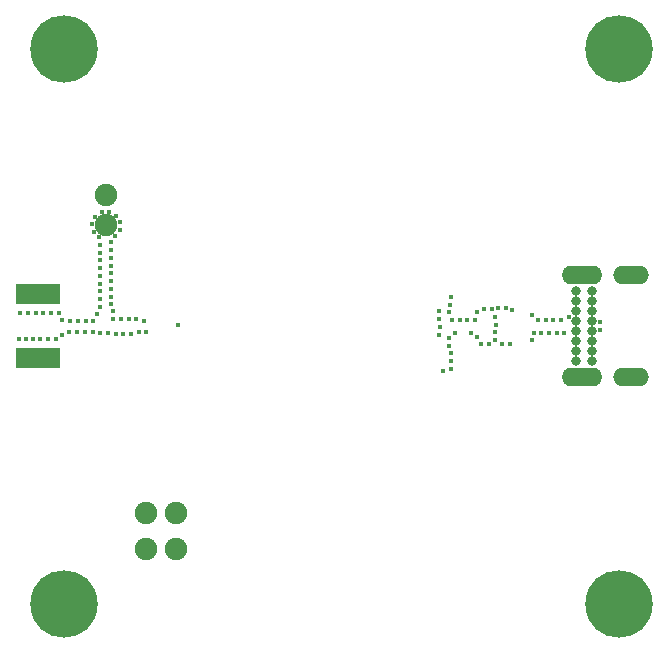
<source format=gbr>
G04*
G04 #@! TF.GenerationSoftware,Altium Limited,Altium Designer,24.9.1 (31)*
G04*
G04 Layer_Color=16711935*
%FSLAX25Y25*%
%MOIN*%
G70*
G04*
G04 #@! TF.SameCoordinates,AE1E5416-9686-4E21-8CD7-455353439681*
G04*
G04*
G04 #@! TF.FilePolarity,Negative*
G04*
G01*
G75*
%ADD42R,0.14580X0.06706*%
%ADD55C,0.07493*%
%ADD56C,0.22453*%
%ADD57O,0.13595X0.06115*%
%ADD58O,0.12020X0.06115*%
%ADD59C,0.03150*%
%ADD60C,0.01575*%
D42*
X7087Y97638D02*
D03*
Y118898D02*
D03*
D55*
X43165Y33956D02*
D03*
X53165D02*
D03*
Y45957D02*
D03*
X43165D02*
D03*
X29921Y141850D02*
D03*
Y151850D02*
D03*
D56*
X15748Y15748D02*
D03*
X200787D02*
D03*
Y200787D02*
D03*
X15748D02*
D03*
D57*
X188386Y91260D02*
D03*
Y125276D02*
D03*
D58*
X204724Y91260D02*
D03*
Y125276D02*
D03*
D59*
X186417Y96555D02*
D03*
Y99902D02*
D03*
Y103248D02*
D03*
Y106595D02*
D03*
Y109941D02*
D03*
Y113287D02*
D03*
Y116634D02*
D03*
Y119980D02*
D03*
X191732D02*
D03*
Y116634D02*
D03*
Y113287D02*
D03*
Y109941D02*
D03*
Y106595D02*
D03*
Y103248D02*
D03*
Y99902D02*
D03*
Y96555D02*
D03*
D60*
X140952Y113175D02*
D03*
Y110600D02*
D03*
X141119Y108031D02*
D03*
X140952Y105462D02*
D03*
X142203Y93372D02*
D03*
X144666Y94122D02*
D03*
X144807Y96693D02*
D03*
Y99268D02*
D03*
X144265Y101785D02*
D03*
Y104360D02*
D03*
X146213Y106043D02*
D03*
X151363D02*
D03*
X153510Y104623D02*
D03*
X154856Y102427D02*
D03*
X157431D02*
D03*
X158427Y114057D02*
D03*
X155852Y114108D02*
D03*
X153544Y112967D02*
D03*
X152833Y110492D02*
D03*
X150258D02*
D03*
X147683D02*
D03*
X145108D02*
D03*
X144265Y112925D02*
D03*
X144599Y115478D02*
D03*
X144807Y118044D02*
D03*
X165276Y113609D02*
D03*
X163100Y114200D02*
D03*
X160600Y114300D02*
D03*
X159613Y111342D02*
D03*
X159709Y108768D02*
D03*
X159613Y106195D02*
D03*
X159636Y103621D02*
D03*
X161918Y102427D02*
D03*
X164492Y102471D02*
D03*
X171687Y103549D02*
D03*
X172324Y106043D02*
D03*
X174899D02*
D03*
X177473D02*
D03*
X180048Y106036D02*
D03*
X182623D02*
D03*
X194384Y107056D02*
D03*
X194414Y109631D02*
D03*
X184011Y111167D02*
D03*
X181528Y110485D02*
D03*
X178953Y110492D02*
D03*
X176379D02*
D03*
X173804D02*
D03*
X171687Y111958D02*
D03*
X900Y104000D02*
D03*
X28359Y146246D02*
D03*
X26268Y144743D02*
D03*
X25289Y142361D02*
D03*
X25718Y139823D02*
D03*
X27424Y137894D02*
D03*
X27729Y135337D02*
D03*
Y132763D02*
D03*
Y130188D02*
D03*
Y127613D02*
D03*
Y125038D02*
D03*
Y122463D02*
D03*
Y119888D02*
D03*
Y117314D02*
D03*
Y114739D02*
D03*
X26778Y112346D02*
D03*
X25581Y110066D02*
D03*
X23006D02*
D03*
X20431D02*
D03*
X17857D02*
D03*
X15289Y110259D02*
D03*
X14053Y112518D02*
D03*
X11478Y112533D02*
D03*
X8903D02*
D03*
X6328D02*
D03*
X3754D02*
D03*
X1179D02*
D03*
X3200Y104000D02*
D03*
X5415Y104002D02*
D03*
X7989D02*
D03*
X10564D02*
D03*
X13139D02*
D03*
X15289Y105419D02*
D03*
X17640Y106469D02*
D03*
X20215D02*
D03*
X22790D02*
D03*
X25365D02*
D03*
X27919Y106143D02*
D03*
X30493Y106109D02*
D03*
X33041Y105735D02*
D03*
X35615D02*
D03*
X38190D02*
D03*
X40658Y106469D02*
D03*
X43233D02*
D03*
X53675Y108578D02*
D03*
X42423Y110066D02*
D03*
X39887Y110507D02*
D03*
X37328Y110801D02*
D03*
X34754D02*
D03*
X32187Y110592D02*
D03*
X32254Y113166D02*
D03*
X31326Y115568D02*
D03*
Y118142D02*
D03*
Y120717D02*
D03*
Y123292D02*
D03*
Y125867D02*
D03*
Y128442D02*
D03*
Y131016D02*
D03*
Y133591D02*
D03*
Y136166D02*
D03*
X32861Y138233D02*
D03*
X34339Y140342D02*
D03*
X34477Y142913D02*
D03*
X33214Y145156D02*
D03*
X30966Y146412D02*
D03*
M02*

</source>
